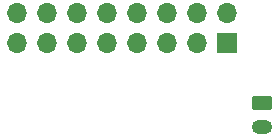
<source format=gbr>
%TF.GenerationSoftware,KiCad,Pcbnew,8.0.0*%
%TF.CreationDate,2024-04-21T04:34:17+02:00*%
%TF.ProjectId,MicroMouse Power,4d696372-6f4d-46f7-9573-6520506f7765,rev?*%
%TF.SameCoordinates,Original*%
%TF.FileFunction,Soldermask,Bot*%
%TF.FilePolarity,Negative*%
%FSLAX46Y46*%
G04 Gerber Fmt 4.6, Leading zero omitted, Abs format (unit mm)*
G04 Created by KiCad (PCBNEW 8.0.0) date 2024-04-21 04:34:17*
%MOMM*%
%LPD*%
G01*
G04 APERTURE LIST*
G04 Aperture macros list*
%AMRoundRect*
0 Rectangle with rounded corners*
0 $1 Rounding radius*
0 $2 $3 $4 $5 $6 $7 $8 $9 X,Y pos of 4 corners*
0 Add a 4 corners polygon primitive as box body*
4,1,4,$2,$3,$4,$5,$6,$7,$8,$9,$2,$3,0*
0 Add four circle primitives for the rounded corners*
1,1,$1+$1,$2,$3*
1,1,$1+$1,$4,$5*
1,1,$1+$1,$6,$7*
1,1,$1+$1,$8,$9*
0 Add four rect primitives between the rounded corners*
20,1,$1+$1,$2,$3,$4,$5,0*
20,1,$1+$1,$4,$5,$6,$7,0*
20,1,$1+$1,$6,$7,$8,$9,0*
20,1,$1+$1,$8,$9,$2,$3,0*%
G04 Aperture macros list end*
%ADD10RoundRect,0.250000X-0.625000X0.350000X-0.625000X-0.350000X0.625000X-0.350000X0.625000X0.350000X0*%
%ADD11O,1.750000X1.200000*%
%ADD12R,1.700000X1.700000*%
%ADD13O,1.700000X1.700000*%
G04 APERTURE END LIST*
D10*
%TO.C,J2*%
X201360000Y-54970000D03*
D11*
X201360000Y-56970000D03*
%TD*%
D12*
%TO.C,J1*%
X198330000Y-49900000D03*
D13*
X198330000Y-47360000D03*
X195790000Y-49900000D03*
X195790000Y-47360000D03*
X193250000Y-49900000D03*
X193250000Y-47360000D03*
X190710000Y-49900000D03*
X190710000Y-47360000D03*
X188170000Y-49900000D03*
X188170000Y-47360000D03*
X185630000Y-49900000D03*
X185630000Y-47360000D03*
X183090000Y-49900000D03*
X183090000Y-47360000D03*
X180550000Y-49900000D03*
X180550000Y-47360000D03*
%TD*%
M02*

</source>
